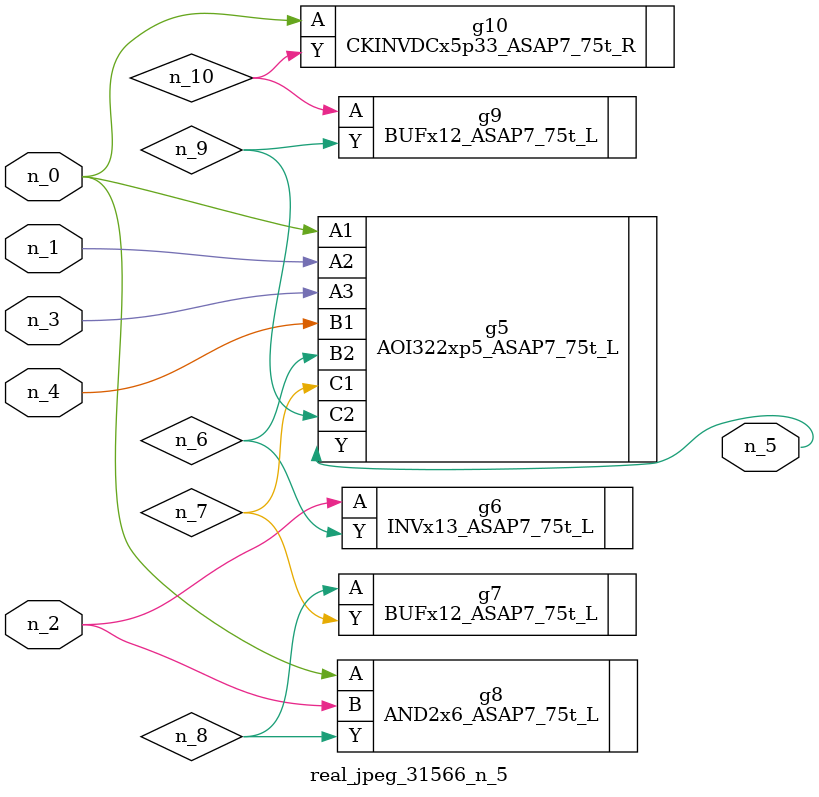
<source format=v>
module real_jpeg_31566_n_5 (n_4, n_0, n_1, n_2, n_3, n_5);

input n_4;
input n_0;
input n_1;
input n_2;
input n_3;

output n_5;

wire n_8;
wire n_6;
wire n_7;
wire n_10;
wire n_9;

AOI322xp5_ASAP7_75t_L g5 ( 
.A1(n_0),
.A2(n_1),
.A3(n_3),
.B1(n_4),
.B2(n_6),
.C1(n_7),
.C2(n_9),
.Y(n_5)
);

AND2x6_ASAP7_75t_L g8 ( 
.A(n_0),
.B(n_2),
.Y(n_8)
);

CKINVDCx5p33_ASAP7_75t_R g10 ( 
.A(n_0),
.Y(n_10)
);

INVx13_ASAP7_75t_L g6 ( 
.A(n_2),
.Y(n_6)
);

BUFx12_ASAP7_75t_L g7 ( 
.A(n_8),
.Y(n_7)
);

BUFx12_ASAP7_75t_L g9 ( 
.A(n_10),
.Y(n_9)
);


endmodule
</source>
